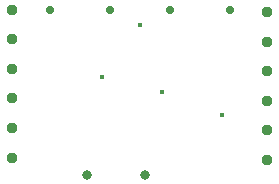
<source format=gbr>
%TF.GenerationSoftware,KiCad,Pcbnew,(5.0.2-5)-5*%
%TF.CreationDate,2019-06-28T16:40:53+03:00*%
%TF.ProjectId,bike_motor_shim,62696b65-5f6d-46f7-946f-725f7368696d,rev?*%
%TF.SameCoordinates,Original*%
%TF.FileFunction,Plated,1,2,PTH,Drill*%
%TF.FilePolarity,Positive*%
%FSLAX46Y46*%
G04 Gerber Fmt 4.6, Leading zero omitted, Abs format (unit mm)*
G04 Created by KiCad (PCBNEW (5.0.2-5)-5) date 2019 June 28, Friday 16:40:53*
%MOMM*%
%LPD*%
G01*
G04 APERTURE LIST*
%TA.AperFunction,ViaDrill*%
%ADD10C,0.400000*%
%TD*%
%TA.AperFunction,ComponentDrill*%
%ADD11C,0.700000*%
%TD*%
%TA.AperFunction,ComponentDrill*%
%ADD12C,0.800000*%
%TD*%
%TA.AperFunction,ComponentDrill*%
%ADD13C,0.950000*%
%TD*%
G04 APERTURE END LIST*
D10*
X147320000Y-118110000D03*
X150495000Y-113665000D03*
X152400000Y-119380000D03*
X157480000Y-121285000D03*
D11*
%TO.C,K1*%
X142875000Y-112395000D03*
X147955000Y-112395000D03*
X153035000Y-112395000D03*
X158115000Y-112395000D03*
D12*
%TO.C,Y1*%
X146050000Y-126365000D03*
X150930000Y-126365000D03*
D13*
%TO.C,J1*%
X161290000Y-112595000D03*
X161290000Y-115095000D03*
X161290000Y-117595000D03*
X161290000Y-120095000D03*
X161290000Y-122595000D03*
X161290000Y-125095000D03*
%TO.C,J2*%
X139700000Y-112395000D03*
X139700000Y-114895000D03*
X139700000Y-117395000D03*
X139700000Y-119895000D03*
X139700000Y-122395000D03*
X139700000Y-124895000D03*
M02*

</source>
